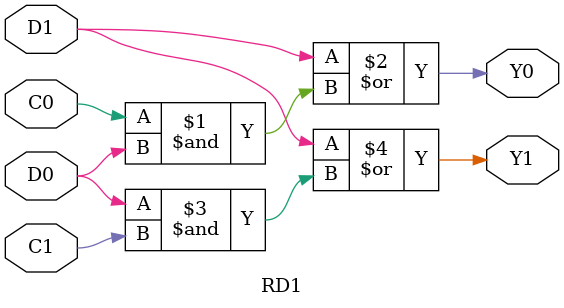
<source format=v>
module RD1(C1,C0,D1,D0,Y1,Y0);
input C0,C1,D0,D1;
output Y0,Y1;

assign Y0=D1 | (C0 & D0);
assign Y1=D1 | (D0 & C1);

endmodule

</source>
